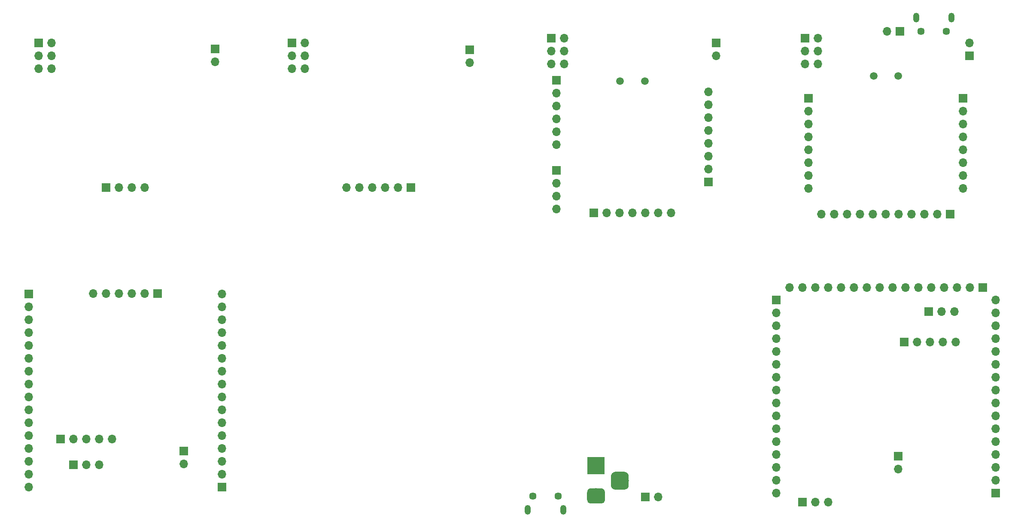
<source format=gbs>
G04 #@! TF.GenerationSoftware,KiCad,Pcbnew,(5.1.4)-1*
G04 #@! TF.CreationDate,2019-10-03T10:29:34+02:00*
G04 #@! TF.ProjectId,regalodilara,72656761-6c6f-4646-996c-6172612e6b69,rev?*
G04 #@! TF.SameCoordinates,Original*
G04 #@! TF.FileFunction,Soldermask,Bot*
G04 #@! TF.FilePolarity,Negative*
%FSLAX46Y46*%
G04 Gerber Fmt 4.6, Leading zero omitted, Abs format (unit mm)*
G04 Created by KiCad (PCBNEW (5.1.4)-1) date 2019-10-03 10:29:34*
%MOMM*%
%LPD*%
G04 APERTURE LIST*
%ADD10O,1.700000X1.700000*%
%ADD11R,1.700000X1.700000*%
%ADD12O,1.200000X1.900000*%
%ADD13C,1.450000*%
%ADD14C,0.100000*%
%ADD15C,3.500000*%
%ADD16C,3.000000*%
%ADD17R,3.500000X3.500000*%
%ADD18C,1.500000*%
G04 APERTURE END LIST*
D10*
X180120000Y-146070000D03*
D11*
X177580000Y-146070000D03*
D10*
X68650000Y-105950000D03*
X71190000Y-105950000D03*
X73730000Y-105950000D03*
X76270000Y-105950000D03*
X78810000Y-105950000D03*
D11*
X81350000Y-105950000D03*
D12*
X230930000Y-51452500D03*
X237930000Y-51452500D03*
D13*
X231930000Y-54152500D03*
X236930000Y-54152500D03*
D10*
X110440000Y-61580000D03*
X107900000Y-61580000D03*
X110440000Y-59040000D03*
X107900000Y-59040000D03*
X110440000Y-56500000D03*
D11*
X107900000Y-56500000D03*
D10*
X241500000Y-56500000D03*
D11*
X241500000Y-59040000D03*
D12*
X161370000Y-148547500D03*
X154370000Y-148547500D03*
D13*
X160370000Y-145847500D03*
X155370000Y-145847500D03*
D14*
G36*
X173480765Y-141084213D02*
G01*
X173565704Y-141096813D01*
X173648999Y-141117677D01*
X173729848Y-141146605D01*
X173807472Y-141183319D01*
X173881124Y-141227464D01*
X173950094Y-141278616D01*
X174013718Y-141336282D01*
X174071384Y-141399906D01*
X174122536Y-141468876D01*
X174166681Y-141542528D01*
X174203395Y-141620152D01*
X174232323Y-141701001D01*
X174253187Y-141784296D01*
X174265787Y-141869235D01*
X174270000Y-141955000D01*
X174270000Y-143705000D01*
X174265787Y-143790765D01*
X174253187Y-143875704D01*
X174232323Y-143958999D01*
X174203395Y-144039848D01*
X174166681Y-144117472D01*
X174122536Y-144191124D01*
X174071384Y-144260094D01*
X174013718Y-144323718D01*
X173950094Y-144381384D01*
X173881124Y-144432536D01*
X173807472Y-144476681D01*
X173729848Y-144513395D01*
X173648999Y-144542323D01*
X173565704Y-144563187D01*
X173480765Y-144575787D01*
X173395000Y-144580000D01*
X171645000Y-144580000D01*
X171559235Y-144575787D01*
X171474296Y-144563187D01*
X171391001Y-144542323D01*
X171310152Y-144513395D01*
X171232528Y-144476681D01*
X171158876Y-144432536D01*
X171089906Y-144381384D01*
X171026282Y-144323718D01*
X170968616Y-144260094D01*
X170917464Y-144191124D01*
X170873319Y-144117472D01*
X170836605Y-144039848D01*
X170807677Y-143958999D01*
X170786813Y-143875704D01*
X170774213Y-143790765D01*
X170770000Y-143705000D01*
X170770000Y-141955000D01*
X170774213Y-141869235D01*
X170786813Y-141784296D01*
X170807677Y-141701001D01*
X170836605Y-141620152D01*
X170873319Y-141542528D01*
X170917464Y-141468876D01*
X170968616Y-141399906D01*
X171026282Y-141336282D01*
X171089906Y-141278616D01*
X171158876Y-141227464D01*
X171232528Y-141183319D01*
X171310152Y-141146605D01*
X171391001Y-141117677D01*
X171474296Y-141096813D01*
X171559235Y-141084213D01*
X171645000Y-141080000D01*
X173395000Y-141080000D01*
X173480765Y-141084213D01*
X173480765Y-141084213D01*
G37*
D15*
X172520000Y-142830000D03*
D14*
G36*
X168893513Y-144333611D02*
G01*
X168966318Y-144344411D01*
X169037714Y-144362295D01*
X169107013Y-144387090D01*
X169173548Y-144418559D01*
X169236678Y-144456398D01*
X169295795Y-144500242D01*
X169350330Y-144549670D01*
X169399758Y-144604205D01*
X169443602Y-144663322D01*
X169481441Y-144726452D01*
X169512910Y-144792987D01*
X169537705Y-144862286D01*
X169555589Y-144933682D01*
X169566389Y-145006487D01*
X169570000Y-145080000D01*
X169570000Y-146580000D01*
X169566389Y-146653513D01*
X169555589Y-146726318D01*
X169537705Y-146797714D01*
X169512910Y-146867013D01*
X169481441Y-146933548D01*
X169443602Y-146996678D01*
X169399758Y-147055795D01*
X169350330Y-147110330D01*
X169295795Y-147159758D01*
X169236678Y-147203602D01*
X169173548Y-147241441D01*
X169107013Y-147272910D01*
X169037714Y-147297705D01*
X168966318Y-147315589D01*
X168893513Y-147326389D01*
X168820000Y-147330000D01*
X166820000Y-147330000D01*
X166746487Y-147326389D01*
X166673682Y-147315589D01*
X166602286Y-147297705D01*
X166532987Y-147272910D01*
X166466452Y-147241441D01*
X166403322Y-147203602D01*
X166344205Y-147159758D01*
X166289670Y-147110330D01*
X166240242Y-147055795D01*
X166196398Y-146996678D01*
X166158559Y-146933548D01*
X166127090Y-146867013D01*
X166102295Y-146797714D01*
X166084411Y-146726318D01*
X166073611Y-146653513D01*
X166070000Y-146580000D01*
X166070000Y-145080000D01*
X166073611Y-145006487D01*
X166084411Y-144933682D01*
X166102295Y-144862286D01*
X166127090Y-144792987D01*
X166158559Y-144726452D01*
X166196398Y-144663322D01*
X166240242Y-144604205D01*
X166289670Y-144549670D01*
X166344205Y-144500242D01*
X166403322Y-144456398D01*
X166466452Y-144418559D01*
X166532987Y-144387090D01*
X166602286Y-144362295D01*
X166673682Y-144344411D01*
X166746487Y-144333611D01*
X166820000Y-144330000D01*
X168820000Y-144330000D01*
X168893513Y-144333611D01*
X168893513Y-144333611D01*
G37*
D16*
X167820000Y-145830000D03*
D17*
X167820000Y-139830000D03*
D18*
X227440000Y-63030000D03*
X222560000Y-63030000D03*
X172560000Y-64010000D03*
X177440000Y-64010000D03*
D10*
X225180000Y-54180000D03*
D11*
X227720000Y-54180000D03*
D10*
X205960000Y-104690000D03*
X208500000Y-104690000D03*
X211040000Y-104690000D03*
X213580000Y-104690000D03*
X216120000Y-104690000D03*
X218660000Y-104690000D03*
X221200000Y-104690000D03*
X223740000Y-104690000D03*
X226280000Y-104690000D03*
X228820000Y-104690000D03*
X231360000Y-104690000D03*
X233900000Y-104690000D03*
X236440000Y-104690000D03*
X238980000Y-104690000D03*
X241520000Y-104690000D03*
D11*
X244060000Y-104690000D03*
D10*
X203410000Y-145320000D03*
X203410000Y-142780000D03*
X203410000Y-140240000D03*
X203410000Y-137700000D03*
X203410000Y-135160000D03*
X203410000Y-132620000D03*
X203410000Y-130080000D03*
X203410000Y-127540000D03*
X203410000Y-125000000D03*
X203410000Y-122460000D03*
X203410000Y-119920000D03*
X203410000Y-117380000D03*
X203410000Y-114840000D03*
X203410000Y-112300000D03*
X203410000Y-109760000D03*
D11*
X203410000Y-107220000D03*
D10*
X213580000Y-147090000D03*
X211040000Y-147090000D03*
D11*
X208500000Y-147090000D03*
D10*
X246600000Y-107220000D03*
X246600000Y-109760000D03*
X246600000Y-112300000D03*
X246600000Y-114840000D03*
X246600000Y-117380000D03*
X246600000Y-119920000D03*
X246600000Y-122460000D03*
X246600000Y-125000000D03*
X246600000Y-127540000D03*
X246600000Y-130080000D03*
X246600000Y-132620000D03*
X246600000Y-135160000D03*
X246600000Y-137700000D03*
X246600000Y-140240000D03*
X246600000Y-142780000D03*
D11*
X246600000Y-145320000D03*
D10*
X238510000Y-109500000D03*
X235970000Y-109500000D03*
D11*
X233430000Y-109500000D03*
D10*
X238780000Y-115460000D03*
X236240000Y-115460000D03*
X233700000Y-115460000D03*
X231160000Y-115460000D03*
D11*
X228620000Y-115460000D03*
D10*
X227440000Y-140540000D03*
D11*
X227440000Y-138000000D03*
D10*
X55950000Y-144060000D03*
X55950000Y-141520000D03*
X55950000Y-138980000D03*
X55950000Y-136440000D03*
X55950000Y-133900000D03*
X55950000Y-131360000D03*
X55950000Y-128820000D03*
X55950000Y-126280000D03*
X55950000Y-123740000D03*
X55950000Y-121200000D03*
X55950000Y-118660000D03*
X55950000Y-116120000D03*
X55950000Y-113580000D03*
X55950000Y-111040000D03*
X55950000Y-108500000D03*
D11*
X55950000Y-105960000D03*
D10*
X94050000Y-105960000D03*
X94050000Y-108500000D03*
X94050000Y-111040000D03*
X94050000Y-113580000D03*
X94050000Y-116120000D03*
X94050000Y-118660000D03*
X94050000Y-121200000D03*
X94050000Y-123740000D03*
X94050000Y-126280000D03*
X94050000Y-128820000D03*
X94050000Y-131360000D03*
X94050000Y-133900000D03*
X94050000Y-136440000D03*
X94050000Y-138980000D03*
X94050000Y-141520000D03*
D11*
X94050000Y-144060000D03*
D10*
X72390000Y-134620000D03*
X69850000Y-134620000D03*
X67310000Y-134620000D03*
X64770000Y-134620000D03*
D11*
X62230000Y-134620000D03*
D10*
X69850000Y-139700000D03*
X67310000Y-139700000D03*
D11*
X64770000Y-139700000D03*
D10*
X86500000Y-139540000D03*
D11*
X86500000Y-137000000D03*
D10*
X212300000Y-90250000D03*
X214840000Y-90250000D03*
X217380000Y-90250000D03*
X219920000Y-90250000D03*
X222460000Y-90250000D03*
X225000000Y-90250000D03*
X227540000Y-90250000D03*
X230080000Y-90250000D03*
X232620000Y-90250000D03*
X235160000Y-90250000D03*
D11*
X237700000Y-90250000D03*
D10*
X209760000Y-85160000D03*
X209760000Y-82620000D03*
X209760000Y-80080000D03*
X209760000Y-77540000D03*
X209760000Y-75000000D03*
X209760000Y-72460000D03*
X209760000Y-69920000D03*
D11*
X209760000Y-67380000D03*
D10*
X240240000Y-85160000D03*
X240240000Y-82620000D03*
X240240000Y-80080000D03*
X240240000Y-77540000D03*
X240240000Y-75000000D03*
X240240000Y-72460000D03*
X240240000Y-69920000D03*
D11*
X240240000Y-67380000D03*
D10*
X211580000Y-60580000D03*
X209040000Y-60580000D03*
X211580000Y-58040000D03*
X209040000Y-58040000D03*
X211580000Y-55500000D03*
D11*
X209040000Y-55500000D03*
D10*
X190000000Y-66110000D03*
X190000000Y-68650000D03*
X190000000Y-71190000D03*
X190000000Y-73730000D03*
X190000000Y-76270000D03*
X190000000Y-78810000D03*
X190000000Y-81350000D03*
D11*
X190000000Y-83890000D03*
D10*
X160000000Y-89250000D03*
X160000000Y-86710000D03*
X160000000Y-84170000D03*
D11*
X160000000Y-81630000D03*
D10*
X182620000Y-90000000D03*
X180080000Y-90000000D03*
X177540000Y-90000000D03*
X175000000Y-90000000D03*
X172460000Y-90000000D03*
X169920000Y-90000000D03*
D11*
X167380000Y-90000000D03*
D10*
X161570000Y-60580000D03*
X159030000Y-60580000D03*
X161570000Y-58040000D03*
X159030000Y-58040000D03*
X161570000Y-55500000D03*
D11*
X159030000Y-55500000D03*
D10*
X160000000Y-76550000D03*
X160000000Y-74010000D03*
X160000000Y-71470000D03*
X160000000Y-68930000D03*
X160000000Y-66390000D03*
D11*
X160000000Y-63850000D03*
D10*
X191500000Y-59030000D03*
D11*
X191500000Y-56490000D03*
D10*
X118630000Y-85000000D03*
X121170000Y-85000000D03*
X123710000Y-85000000D03*
X126250000Y-85000000D03*
X128790000Y-85000000D03*
D11*
X131330000Y-85000000D03*
D10*
X142875000Y-60325000D03*
D11*
X142875000Y-57785000D03*
D10*
X78820000Y-85000000D03*
X76280000Y-85000000D03*
X73740000Y-85000000D03*
D11*
X71200000Y-85000000D03*
D10*
X92750000Y-60220000D03*
D11*
X92750000Y-57680000D03*
D10*
X60440000Y-61580000D03*
X57900000Y-61580000D03*
X60440000Y-59040000D03*
X57900000Y-59040000D03*
X60440000Y-56500000D03*
D11*
X57900000Y-56500000D03*
M02*

</source>
